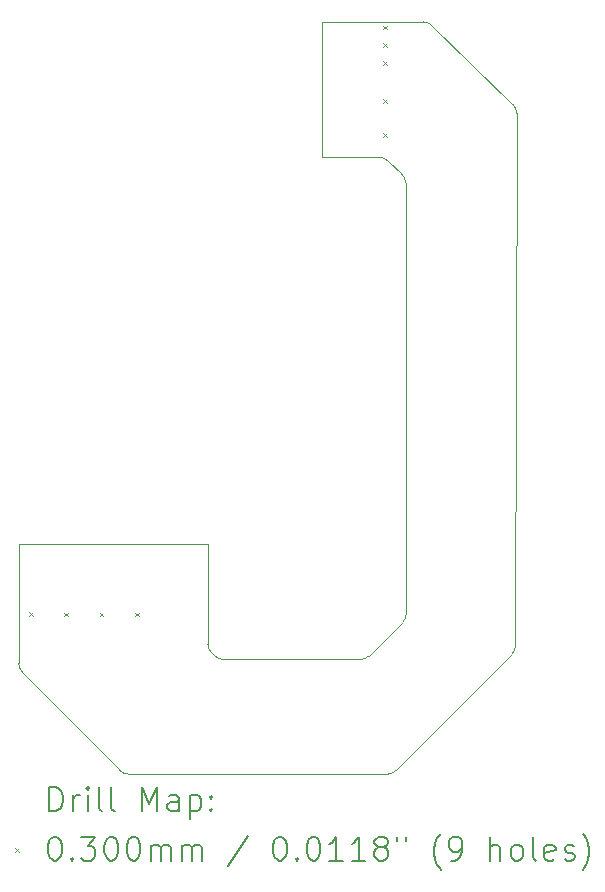
<source format=gbr>
%TF.GenerationSoftware,KiCad,Pcbnew,9.0.1*%
%TF.CreationDate,2025-04-22T18:15:32+02:00*%
%TF.ProjectId,camera_cable,63616d65-7261-45f6-9361-626c652e6b69,rev?*%
%TF.SameCoordinates,Original*%
%TF.FileFunction,Drillmap*%
%TF.FilePolarity,Positive*%
%FSLAX45Y45*%
G04 Gerber Fmt 4.5, Leading zero omitted, Abs format (unit mm)*
G04 Created by KiCad (PCBNEW 9.0.1) date 2025-04-22 18:15:32*
%MOMM*%
%LPD*%
G01*
G04 APERTURE LIST*
%ADD10C,0.038100*%
%ADD11C,0.200000*%
%ADD12C,0.100000*%
G04 APERTURE END LIST*
D10*
X9362365Y-4700301D02*
X9246325Y-4590308D01*
X10335077Y-4185042D02*
X10325091Y-8693849D01*
X6148893Y-8914220D02*
G75*
G02*
X6120002Y-8843907I71107J70310D01*
G01*
X6220000Y-7830000D02*
X7621105Y-7830000D01*
X7720000Y-7830000D02*
X7621105Y-7830000D01*
X7720000Y-8678579D02*
X7720000Y-8664000D01*
X9243438Y-9780000D02*
X7046751Y-9780000D01*
X8690000Y-4559086D02*
X9173000Y-4559000D01*
X6220000Y-7830000D02*
X6120000Y-7830000D01*
X8790085Y-3411085D02*
X8690000Y-3411085D01*
X9314318Y-9750541D02*
G75*
G02*
X9243438Y-9779999I-70878J70541D01*
G01*
X9399944Y-8423500D02*
X9395059Y-4774126D01*
X7720000Y-8664000D02*
X7720000Y-7830000D01*
X9084289Y-8780711D02*
G75*
G02*
X9013579Y-8809996I-70709J70721D01*
G01*
X7758830Y-8758830D02*
X7749289Y-8749289D01*
X9084289Y-8780711D02*
X9370655Y-8494345D01*
X8790085Y-3411085D02*
X9544082Y-3411729D01*
X9613769Y-3440092D02*
X10304850Y-4113183D01*
X7851421Y-8810000D02*
X9013579Y-8810000D01*
X9173000Y-4559000D02*
G75*
G02*
X9245674Y-4590308I0J-100000D01*
G01*
X9399944Y-8423500D02*
G75*
G02*
X9370656Y-8494346I-100014J-130D01*
G01*
X6120000Y-8843907D02*
X6120000Y-7930000D01*
X10295971Y-8764168D02*
X9314318Y-9750541D01*
X6120000Y-7930000D02*
X6120000Y-7830000D01*
X10304850Y-4113183D02*
G75*
G02*
X10335078Y-4185042I-69770J-71637D01*
G01*
X7046751Y-9780000D02*
G75*
G02*
X6975644Y-9750313I-1J100000D01*
G01*
X7758830Y-8758830D02*
X7780711Y-8780711D01*
X9544082Y-3411729D02*
G75*
G02*
X9613771Y-3440090I-82J-100001D01*
G01*
X8690000Y-3411085D02*
X8690000Y-4559086D01*
X10325091Y-8693849D02*
G75*
G02*
X10295969Y-8764166I-99981J219D01*
G01*
X6975644Y-9750312D02*
X6148893Y-8914220D01*
X9362365Y-4700301D02*
G75*
G02*
X9395060Y-4774126I-67305J-73959D01*
G01*
X7749289Y-8749289D02*
G75*
G02*
X7720001Y-8678579I70711J70709D01*
G01*
X7851421Y-8810000D02*
G75*
G02*
X7780712Y-8780709I-1J99990D01*
G01*
D11*
D12*
X6210000Y-8410000D02*
X6240000Y-8440000D01*
X6240000Y-8410000D02*
X6210000Y-8440000D01*
X6505000Y-8415000D02*
X6535000Y-8445000D01*
X6535000Y-8415000D02*
X6505000Y-8445000D01*
X6805000Y-8415000D02*
X6835000Y-8445000D01*
X6835000Y-8415000D02*
X6805000Y-8445000D01*
X7105000Y-8415000D02*
X7135000Y-8445000D01*
X7135000Y-8415000D02*
X7105000Y-8445000D01*
X9205000Y-3445000D02*
X9235000Y-3475000D01*
X9235000Y-3445000D02*
X9205000Y-3475000D01*
X9205000Y-3595000D02*
X9235000Y-3625000D01*
X9235000Y-3595000D02*
X9205000Y-3625000D01*
X9205000Y-3745000D02*
X9235000Y-3775000D01*
X9235000Y-3745000D02*
X9205000Y-3775000D01*
X9205000Y-4065000D02*
X9235000Y-4095000D01*
X9235000Y-4065000D02*
X9205000Y-4095000D01*
X9205000Y-4355000D02*
X9235000Y-4385000D01*
X9235000Y-4355000D02*
X9205000Y-4385000D01*
D11*
X6378872Y-10093389D02*
X6378872Y-9893389D01*
X6378872Y-9893389D02*
X6426491Y-9893389D01*
X6426491Y-9893389D02*
X6455062Y-9902913D01*
X6455062Y-9902913D02*
X6474110Y-9921960D01*
X6474110Y-9921960D02*
X6483634Y-9941008D01*
X6483634Y-9941008D02*
X6493157Y-9979103D01*
X6493157Y-9979103D02*
X6493157Y-10007675D01*
X6493157Y-10007675D02*
X6483634Y-10045770D01*
X6483634Y-10045770D02*
X6474110Y-10064817D01*
X6474110Y-10064817D02*
X6455062Y-10083865D01*
X6455062Y-10083865D02*
X6426491Y-10093389D01*
X6426491Y-10093389D02*
X6378872Y-10093389D01*
X6578872Y-10093389D02*
X6578872Y-9960055D01*
X6578872Y-9998151D02*
X6588396Y-9979103D01*
X6588396Y-9979103D02*
X6597919Y-9969579D01*
X6597919Y-9969579D02*
X6616967Y-9960055D01*
X6616967Y-9960055D02*
X6636015Y-9960055D01*
X6702681Y-10093389D02*
X6702681Y-9960055D01*
X6702681Y-9893389D02*
X6693157Y-9902913D01*
X6693157Y-9902913D02*
X6702681Y-9912436D01*
X6702681Y-9912436D02*
X6712205Y-9902913D01*
X6712205Y-9902913D02*
X6702681Y-9893389D01*
X6702681Y-9893389D02*
X6702681Y-9912436D01*
X6826491Y-10093389D02*
X6807443Y-10083865D01*
X6807443Y-10083865D02*
X6797919Y-10064817D01*
X6797919Y-10064817D02*
X6797919Y-9893389D01*
X6931253Y-10093389D02*
X6912205Y-10083865D01*
X6912205Y-10083865D02*
X6902681Y-10064817D01*
X6902681Y-10064817D02*
X6902681Y-9893389D01*
X7159824Y-10093389D02*
X7159824Y-9893389D01*
X7159824Y-9893389D02*
X7226491Y-10036246D01*
X7226491Y-10036246D02*
X7293157Y-9893389D01*
X7293157Y-9893389D02*
X7293157Y-10093389D01*
X7474110Y-10093389D02*
X7474110Y-9988627D01*
X7474110Y-9988627D02*
X7464586Y-9969579D01*
X7464586Y-9969579D02*
X7445538Y-9960055D01*
X7445538Y-9960055D02*
X7407443Y-9960055D01*
X7407443Y-9960055D02*
X7388396Y-9969579D01*
X7474110Y-10083865D02*
X7455062Y-10093389D01*
X7455062Y-10093389D02*
X7407443Y-10093389D01*
X7407443Y-10093389D02*
X7388396Y-10083865D01*
X7388396Y-10083865D02*
X7378872Y-10064817D01*
X7378872Y-10064817D02*
X7378872Y-10045770D01*
X7378872Y-10045770D02*
X7388396Y-10026722D01*
X7388396Y-10026722D02*
X7407443Y-10017198D01*
X7407443Y-10017198D02*
X7455062Y-10017198D01*
X7455062Y-10017198D02*
X7474110Y-10007675D01*
X7569348Y-9960055D02*
X7569348Y-10160055D01*
X7569348Y-9969579D02*
X7588396Y-9960055D01*
X7588396Y-9960055D02*
X7626491Y-9960055D01*
X7626491Y-9960055D02*
X7645538Y-9969579D01*
X7645538Y-9969579D02*
X7655062Y-9979103D01*
X7655062Y-9979103D02*
X7664586Y-9998151D01*
X7664586Y-9998151D02*
X7664586Y-10055294D01*
X7664586Y-10055294D02*
X7655062Y-10074341D01*
X7655062Y-10074341D02*
X7645538Y-10083865D01*
X7645538Y-10083865D02*
X7626491Y-10093389D01*
X7626491Y-10093389D02*
X7588396Y-10093389D01*
X7588396Y-10093389D02*
X7569348Y-10083865D01*
X7750300Y-10074341D02*
X7759824Y-10083865D01*
X7759824Y-10083865D02*
X7750300Y-10093389D01*
X7750300Y-10093389D02*
X7740777Y-10083865D01*
X7740777Y-10083865D02*
X7750300Y-10074341D01*
X7750300Y-10074341D02*
X7750300Y-10093389D01*
X7750300Y-9969579D02*
X7759824Y-9979103D01*
X7759824Y-9979103D02*
X7750300Y-9988627D01*
X7750300Y-9988627D02*
X7740777Y-9979103D01*
X7740777Y-9979103D02*
X7750300Y-9969579D01*
X7750300Y-9969579D02*
X7750300Y-9988627D01*
D12*
X6088095Y-10406905D02*
X6118095Y-10436905D01*
X6118095Y-10406905D02*
X6088095Y-10436905D01*
D11*
X6416967Y-10313389D02*
X6436015Y-10313389D01*
X6436015Y-10313389D02*
X6455062Y-10322913D01*
X6455062Y-10322913D02*
X6464586Y-10332436D01*
X6464586Y-10332436D02*
X6474110Y-10351484D01*
X6474110Y-10351484D02*
X6483634Y-10389579D01*
X6483634Y-10389579D02*
X6483634Y-10437198D01*
X6483634Y-10437198D02*
X6474110Y-10475294D01*
X6474110Y-10475294D02*
X6464586Y-10494341D01*
X6464586Y-10494341D02*
X6455062Y-10503865D01*
X6455062Y-10503865D02*
X6436015Y-10513389D01*
X6436015Y-10513389D02*
X6416967Y-10513389D01*
X6416967Y-10513389D02*
X6397919Y-10503865D01*
X6397919Y-10503865D02*
X6388396Y-10494341D01*
X6388396Y-10494341D02*
X6378872Y-10475294D01*
X6378872Y-10475294D02*
X6369348Y-10437198D01*
X6369348Y-10437198D02*
X6369348Y-10389579D01*
X6369348Y-10389579D02*
X6378872Y-10351484D01*
X6378872Y-10351484D02*
X6388396Y-10332436D01*
X6388396Y-10332436D02*
X6397919Y-10322913D01*
X6397919Y-10322913D02*
X6416967Y-10313389D01*
X6569348Y-10494341D02*
X6578872Y-10503865D01*
X6578872Y-10503865D02*
X6569348Y-10513389D01*
X6569348Y-10513389D02*
X6559824Y-10503865D01*
X6559824Y-10503865D02*
X6569348Y-10494341D01*
X6569348Y-10494341D02*
X6569348Y-10513389D01*
X6645538Y-10313389D02*
X6769348Y-10313389D01*
X6769348Y-10313389D02*
X6702681Y-10389579D01*
X6702681Y-10389579D02*
X6731253Y-10389579D01*
X6731253Y-10389579D02*
X6750300Y-10399103D01*
X6750300Y-10399103D02*
X6759824Y-10408627D01*
X6759824Y-10408627D02*
X6769348Y-10427675D01*
X6769348Y-10427675D02*
X6769348Y-10475294D01*
X6769348Y-10475294D02*
X6759824Y-10494341D01*
X6759824Y-10494341D02*
X6750300Y-10503865D01*
X6750300Y-10503865D02*
X6731253Y-10513389D01*
X6731253Y-10513389D02*
X6674110Y-10513389D01*
X6674110Y-10513389D02*
X6655062Y-10503865D01*
X6655062Y-10503865D02*
X6645538Y-10494341D01*
X6893157Y-10313389D02*
X6912205Y-10313389D01*
X6912205Y-10313389D02*
X6931253Y-10322913D01*
X6931253Y-10322913D02*
X6940777Y-10332436D01*
X6940777Y-10332436D02*
X6950300Y-10351484D01*
X6950300Y-10351484D02*
X6959824Y-10389579D01*
X6959824Y-10389579D02*
X6959824Y-10437198D01*
X6959824Y-10437198D02*
X6950300Y-10475294D01*
X6950300Y-10475294D02*
X6940777Y-10494341D01*
X6940777Y-10494341D02*
X6931253Y-10503865D01*
X6931253Y-10503865D02*
X6912205Y-10513389D01*
X6912205Y-10513389D02*
X6893157Y-10513389D01*
X6893157Y-10513389D02*
X6874110Y-10503865D01*
X6874110Y-10503865D02*
X6864586Y-10494341D01*
X6864586Y-10494341D02*
X6855062Y-10475294D01*
X6855062Y-10475294D02*
X6845538Y-10437198D01*
X6845538Y-10437198D02*
X6845538Y-10389579D01*
X6845538Y-10389579D02*
X6855062Y-10351484D01*
X6855062Y-10351484D02*
X6864586Y-10332436D01*
X6864586Y-10332436D02*
X6874110Y-10322913D01*
X6874110Y-10322913D02*
X6893157Y-10313389D01*
X7083634Y-10313389D02*
X7102681Y-10313389D01*
X7102681Y-10313389D02*
X7121729Y-10322913D01*
X7121729Y-10322913D02*
X7131253Y-10332436D01*
X7131253Y-10332436D02*
X7140777Y-10351484D01*
X7140777Y-10351484D02*
X7150300Y-10389579D01*
X7150300Y-10389579D02*
X7150300Y-10437198D01*
X7150300Y-10437198D02*
X7140777Y-10475294D01*
X7140777Y-10475294D02*
X7131253Y-10494341D01*
X7131253Y-10494341D02*
X7121729Y-10503865D01*
X7121729Y-10503865D02*
X7102681Y-10513389D01*
X7102681Y-10513389D02*
X7083634Y-10513389D01*
X7083634Y-10513389D02*
X7064586Y-10503865D01*
X7064586Y-10503865D02*
X7055062Y-10494341D01*
X7055062Y-10494341D02*
X7045538Y-10475294D01*
X7045538Y-10475294D02*
X7036015Y-10437198D01*
X7036015Y-10437198D02*
X7036015Y-10389579D01*
X7036015Y-10389579D02*
X7045538Y-10351484D01*
X7045538Y-10351484D02*
X7055062Y-10332436D01*
X7055062Y-10332436D02*
X7064586Y-10322913D01*
X7064586Y-10322913D02*
X7083634Y-10313389D01*
X7236015Y-10513389D02*
X7236015Y-10380055D01*
X7236015Y-10399103D02*
X7245538Y-10389579D01*
X7245538Y-10389579D02*
X7264586Y-10380055D01*
X7264586Y-10380055D02*
X7293158Y-10380055D01*
X7293158Y-10380055D02*
X7312205Y-10389579D01*
X7312205Y-10389579D02*
X7321729Y-10408627D01*
X7321729Y-10408627D02*
X7321729Y-10513389D01*
X7321729Y-10408627D02*
X7331253Y-10389579D01*
X7331253Y-10389579D02*
X7350300Y-10380055D01*
X7350300Y-10380055D02*
X7378872Y-10380055D01*
X7378872Y-10380055D02*
X7397919Y-10389579D01*
X7397919Y-10389579D02*
X7407443Y-10408627D01*
X7407443Y-10408627D02*
X7407443Y-10513389D01*
X7502681Y-10513389D02*
X7502681Y-10380055D01*
X7502681Y-10399103D02*
X7512205Y-10389579D01*
X7512205Y-10389579D02*
X7531253Y-10380055D01*
X7531253Y-10380055D02*
X7559824Y-10380055D01*
X7559824Y-10380055D02*
X7578872Y-10389579D01*
X7578872Y-10389579D02*
X7588396Y-10408627D01*
X7588396Y-10408627D02*
X7588396Y-10513389D01*
X7588396Y-10408627D02*
X7597919Y-10389579D01*
X7597919Y-10389579D02*
X7616967Y-10380055D01*
X7616967Y-10380055D02*
X7645538Y-10380055D01*
X7645538Y-10380055D02*
X7664586Y-10389579D01*
X7664586Y-10389579D02*
X7674110Y-10408627D01*
X7674110Y-10408627D02*
X7674110Y-10513389D01*
X8064586Y-10303865D02*
X7893158Y-10561008D01*
X8321729Y-10313389D02*
X8340777Y-10313389D01*
X8340777Y-10313389D02*
X8359824Y-10322913D01*
X8359824Y-10322913D02*
X8369348Y-10332436D01*
X8369348Y-10332436D02*
X8378872Y-10351484D01*
X8378872Y-10351484D02*
X8388396Y-10389579D01*
X8388396Y-10389579D02*
X8388396Y-10437198D01*
X8388396Y-10437198D02*
X8378872Y-10475294D01*
X8378872Y-10475294D02*
X8369348Y-10494341D01*
X8369348Y-10494341D02*
X8359824Y-10503865D01*
X8359824Y-10503865D02*
X8340777Y-10513389D01*
X8340777Y-10513389D02*
X8321729Y-10513389D01*
X8321729Y-10513389D02*
X8302681Y-10503865D01*
X8302681Y-10503865D02*
X8293158Y-10494341D01*
X8293158Y-10494341D02*
X8283634Y-10475294D01*
X8283634Y-10475294D02*
X8274110Y-10437198D01*
X8274110Y-10437198D02*
X8274110Y-10389579D01*
X8274110Y-10389579D02*
X8283634Y-10351484D01*
X8283634Y-10351484D02*
X8293158Y-10332436D01*
X8293158Y-10332436D02*
X8302681Y-10322913D01*
X8302681Y-10322913D02*
X8321729Y-10313389D01*
X8474110Y-10494341D02*
X8483634Y-10503865D01*
X8483634Y-10503865D02*
X8474110Y-10513389D01*
X8474110Y-10513389D02*
X8464586Y-10503865D01*
X8464586Y-10503865D02*
X8474110Y-10494341D01*
X8474110Y-10494341D02*
X8474110Y-10513389D01*
X8607443Y-10313389D02*
X8626491Y-10313389D01*
X8626491Y-10313389D02*
X8645539Y-10322913D01*
X8645539Y-10322913D02*
X8655063Y-10332436D01*
X8655063Y-10332436D02*
X8664586Y-10351484D01*
X8664586Y-10351484D02*
X8674110Y-10389579D01*
X8674110Y-10389579D02*
X8674110Y-10437198D01*
X8674110Y-10437198D02*
X8664586Y-10475294D01*
X8664586Y-10475294D02*
X8655063Y-10494341D01*
X8655063Y-10494341D02*
X8645539Y-10503865D01*
X8645539Y-10503865D02*
X8626491Y-10513389D01*
X8626491Y-10513389D02*
X8607443Y-10513389D01*
X8607443Y-10513389D02*
X8588396Y-10503865D01*
X8588396Y-10503865D02*
X8578872Y-10494341D01*
X8578872Y-10494341D02*
X8569348Y-10475294D01*
X8569348Y-10475294D02*
X8559824Y-10437198D01*
X8559824Y-10437198D02*
X8559824Y-10389579D01*
X8559824Y-10389579D02*
X8569348Y-10351484D01*
X8569348Y-10351484D02*
X8578872Y-10332436D01*
X8578872Y-10332436D02*
X8588396Y-10322913D01*
X8588396Y-10322913D02*
X8607443Y-10313389D01*
X8864586Y-10513389D02*
X8750301Y-10513389D01*
X8807443Y-10513389D02*
X8807443Y-10313389D01*
X8807443Y-10313389D02*
X8788396Y-10341960D01*
X8788396Y-10341960D02*
X8769348Y-10361008D01*
X8769348Y-10361008D02*
X8750301Y-10370532D01*
X9055063Y-10513389D02*
X8940777Y-10513389D01*
X8997920Y-10513389D02*
X8997920Y-10313389D01*
X8997920Y-10313389D02*
X8978872Y-10341960D01*
X8978872Y-10341960D02*
X8959824Y-10361008D01*
X8959824Y-10361008D02*
X8940777Y-10370532D01*
X9169348Y-10399103D02*
X9150301Y-10389579D01*
X9150301Y-10389579D02*
X9140777Y-10380055D01*
X9140777Y-10380055D02*
X9131253Y-10361008D01*
X9131253Y-10361008D02*
X9131253Y-10351484D01*
X9131253Y-10351484D02*
X9140777Y-10332436D01*
X9140777Y-10332436D02*
X9150301Y-10322913D01*
X9150301Y-10322913D02*
X9169348Y-10313389D01*
X9169348Y-10313389D02*
X9207444Y-10313389D01*
X9207444Y-10313389D02*
X9226491Y-10322913D01*
X9226491Y-10322913D02*
X9236015Y-10332436D01*
X9236015Y-10332436D02*
X9245539Y-10351484D01*
X9245539Y-10351484D02*
X9245539Y-10361008D01*
X9245539Y-10361008D02*
X9236015Y-10380055D01*
X9236015Y-10380055D02*
X9226491Y-10389579D01*
X9226491Y-10389579D02*
X9207444Y-10399103D01*
X9207444Y-10399103D02*
X9169348Y-10399103D01*
X9169348Y-10399103D02*
X9150301Y-10408627D01*
X9150301Y-10408627D02*
X9140777Y-10418151D01*
X9140777Y-10418151D02*
X9131253Y-10437198D01*
X9131253Y-10437198D02*
X9131253Y-10475294D01*
X9131253Y-10475294D02*
X9140777Y-10494341D01*
X9140777Y-10494341D02*
X9150301Y-10503865D01*
X9150301Y-10503865D02*
X9169348Y-10513389D01*
X9169348Y-10513389D02*
X9207444Y-10513389D01*
X9207444Y-10513389D02*
X9226491Y-10503865D01*
X9226491Y-10503865D02*
X9236015Y-10494341D01*
X9236015Y-10494341D02*
X9245539Y-10475294D01*
X9245539Y-10475294D02*
X9245539Y-10437198D01*
X9245539Y-10437198D02*
X9236015Y-10418151D01*
X9236015Y-10418151D02*
X9226491Y-10408627D01*
X9226491Y-10408627D02*
X9207444Y-10399103D01*
X9321729Y-10313389D02*
X9321729Y-10351484D01*
X9397920Y-10313389D02*
X9397920Y-10351484D01*
X9693158Y-10589579D02*
X9683634Y-10580055D01*
X9683634Y-10580055D02*
X9664586Y-10551484D01*
X9664586Y-10551484D02*
X9655063Y-10532436D01*
X9655063Y-10532436D02*
X9645539Y-10503865D01*
X9645539Y-10503865D02*
X9636015Y-10456246D01*
X9636015Y-10456246D02*
X9636015Y-10418151D01*
X9636015Y-10418151D02*
X9645539Y-10370532D01*
X9645539Y-10370532D02*
X9655063Y-10341960D01*
X9655063Y-10341960D02*
X9664586Y-10322913D01*
X9664586Y-10322913D02*
X9683634Y-10294341D01*
X9683634Y-10294341D02*
X9693158Y-10284817D01*
X9778872Y-10513389D02*
X9816967Y-10513389D01*
X9816967Y-10513389D02*
X9836015Y-10503865D01*
X9836015Y-10503865D02*
X9845539Y-10494341D01*
X9845539Y-10494341D02*
X9864586Y-10465770D01*
X9864586Y-10465770D02*
X9874110Y-10427675D01*
X9874110Y-10427675D02*
X9874110Y-10351484D01*
X9874110Y-10351484D02*
X9864586Y-10332436D01*
X9864586Y-10332436D02*
X9855063Y-10322913D01*
X9855063Y-10322913D02*
X9836015Y-10313389D01*
X9836015Y-10313389D02*
X9797920Y-10313389D01*
X9797920Y-10313389D02*
X9778872Y-10322913D01*
X9778872Y-10322913D02*
X9769348Y-10332436D01*
X9769348Y-10332436D02*
X9759825Y-10351484D01*
X9759825Y-10351484D02*
X9759825Y-10399103D01*
X9759825Y-10399103D02*
X9769348Y-10418151D01*
X9769348Y-10418151D02*
X9778872Y-10427675D01*
X9778872Y-10427675D02*
X9797920Y-10437198D01*
X9797920Y-10437198D02*
X9836015Y-10437198D01*
X9836015Y-10437198D02*
X9855063Y-10427675D01*
X9855063Y-10427675D02*
X9864586Y-10418151D01*
X9864586Y-10418151D02*
X9874110Y-10399103D01*
X10112206Y-10513389D02*
X10112206Y-10313389D01*
X10197920Y-10513389D02*
X10197920Y-10408627D01*
X10197920Y-10408627D02*
X10188396Y-10389579D01*
X10188396Y-10389579D02*
X10169348Y-10380055D01*
X10169348Y-10380055D02*
X10140777Y-10380055D01*
X10140777Y-10380055D02*
X10121729Y-10389579D01*
X10121729Y-10389579D02*
X10112206Y-10399103D01*
X10321729Y-10513389D02*
X10302682Y-10503865D01*
X10302682Y-10503865D02*
X10293158Y-10494341D01*
X10293158Y-10494341D02*
X10283634Y-10475294D01*
X10283634Y-10475294D02*
X10283634Y-10418151D01*
X10283634Y-10418151D02*
X10293158Y-10399103D01*
X10293158Y-10399103D02*
X10302682Y-10389579D01*
X10302682Y-10389579D02*
X10321729Y-10380055D01*
X10321729Y-10380055D02*
X10350301Y-10380055D01*
X10350301Y-10380055D02*
X10369348Y-10389579D01*
X10369348Y-10389579D02*
X10378872Y-10399103D01*
X10378872Y-10399103D02*
X10388396Y-10418151D01*
X10388396Y-10418151D02*
X10388396Y-10475294D01*
X10388396Y-10475294D02*
X10378872Y-10494341D01*
X10378872Y-10494341D02*
X10369348Y-10503865D01*
X10369348Y-10503865D02*
X10350301Y-10513389D01*
X10350301Y-10513389D02*
X10321729Y-10513389D01*
X10502682Y-10513389D02*
X10483634Y-10503865D01*
X10483634Y-10503865D02*
X10474110Y-10484817D01*
X10474110Y-10484817D02*
X10474110Y-10313389D01*
X10655063Y-10503865D02*
X10636015Y-10513389D01*
X10636015Y-10513389D02*
X10597920Y-10513389D01*
X10597920Y-10513389D02*
X10578872Y-10503865D01*
X10578872Y-10503865D02*
X10569348Y-10484817D01*
X10569348Y-10484817D02*
X10569348Y-10408627D01*
X10569348Y-10408627D02*
X10578872Y-10389579D01*
X10578872Y-10389579D02*
X10597920Y-10380055D01*
X10597920Y-10380055D02*
X10636015Y-10380055D01*
X10636015Y-10380055D02*
X10655063Y-10389579D01*
X10655063Y-10389579D02*
X10664587Y-10408627D01*
X10664587Y-10408627D02*
X10664587Y-10427675D01*
X10664587Y-10427675D02*
X10569348Y-10446722D01*
X10740777Y-10503865D02*
X10759825Y-10513389D01*
X10759825Y-10513389D02*
X10797920Y-10513389D01*
X10797920Y-10513389D02*
X10816968Y-10503865D01*
X10816968Y-10503865D02*
X10826491Y-10484817D01*
X10826491Y-10484817D02*
X10826491Y-10475294D01*
X10826491Y-10475294D02*
X10816968Y-10456246D01*
X10816968Y-10456246D02*
X10797920Y-10446722D01*
X10797920Y-10446722D02*
X10769348Y-10446722D01*
X10769348Y-10446722D02*
X10750301Y-10437198D01*
X10750301Y-10437198D02*
X10740777Y-10418151D01*
X10740777Y-10418151D02*
X10740777Y-10408627D01*
X10740777Y-10408627D02*
X10750301Y-10389579D01*
X10750301Y-10389579D02*
X10769348Y-10380055D01*
X10769348Y-10380055D02*
X10797920Y-10380055D01*
X10797920Y-10380055D02*
X10816968Y-10389579D01*
X10893158Y-10589579D02*
X10902682Y-10580055D01*
X10902682Y-10580055D02*
X10921729Y-10551484D01*
X10921729Y-10551484D02*
X10931253Y-10532436D01*
X10931253Y-10532436D02*
X10940777Y-10503865D01*
X10940777Y-10503865D02*
X10950301Y-10456246D01*
X10950301Y-10456246D02*
X10950301Y-10418151D01*
X10950301Y-10418151D02*
X10940777Y-10370532D01*
X10940777Y-10370532D02*
X10931253Y-10341960D01*
X10931253Y-10341960D02*
X10921729Y-10322913D01*
X10921729Y-10322913D02*
X10902682Y-10294341D01*
X10902682Y-10294341D02*
X10893158Y-10284817D01*
M02*

</source>
